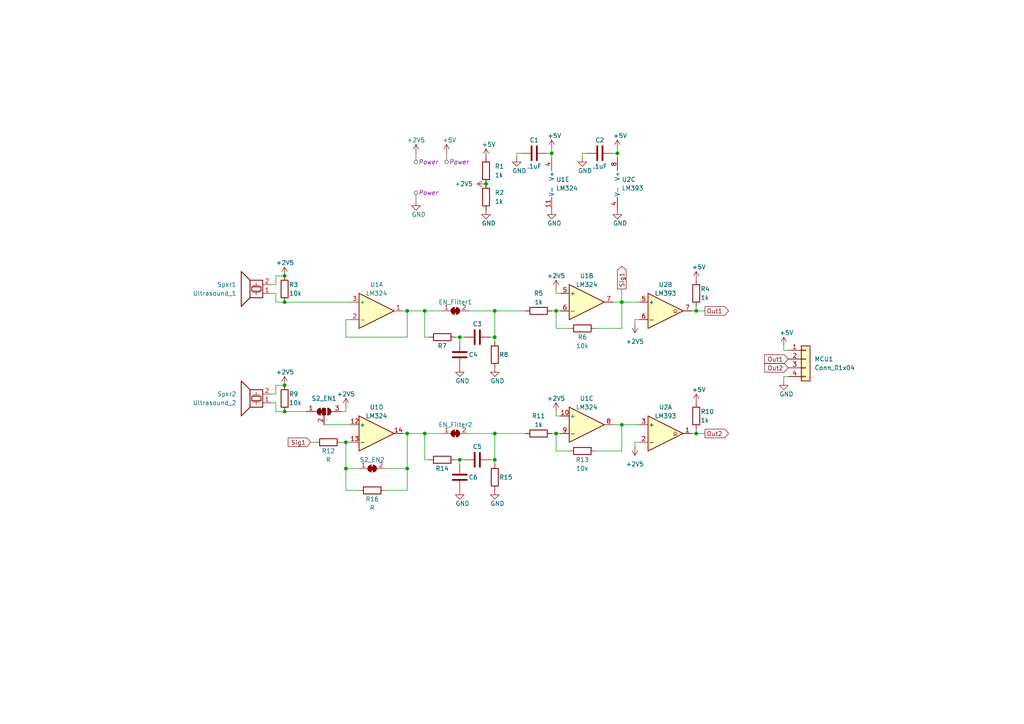
<source format=kicad_sch>
(kicad_sch (version 20230121) (generator eeschema)
  (paper "A4")
  (title_block (title "Ultrasonic Anemometer") (date "2024-03-20") (rev "2") (company "derGraph"))
  (lib_symbols
    (symbol "Amplifier_Operational:LM324" (pin_names (offset 0.127))
      (property "Reference" "U" (at 0 5.08 0))
      (property "Value" "LM324" (at 0 -5.08 0))
      (symbol "LM324_1_1"
        (polyline (pts (xy -5.08 5.08) (xy 5.08 0) (xy -5.08 -5.08) (xy -5.08 5.08)) (stroke (width 0.254)) (fill (type background)))
        (pin output line (at 7.62 0 180) (length 2.54) (name "~") (number "1"))
        (pin input line (at -7.62 -2.54 0) (length 2.54) (name "-") (number "2"))
        (pin input line (at -7.62 2.54 0) (length 2.54) (name "+") (number "3"))
      )
      (symbol "LM324_2_1"
        (polyline (pts (xy -5.08 5.08) (xy 5.08 0) (xy -5.08 -5.08) (xy -5.08 5.08)) (stroke (width 0.254)) (fill (type background)))
        (pin input line (at -7.62 2.54 0) (length 2.54) (name "+") (number "5"))
        (pin input line (at -7.62 -2.54 0) (length 2.54) (name "-") (number "6"))
        (pin output line (at 7.62 0 180) (length 2.54) (name "~") (number "7"))
      )
      (symbol "LM324_3_1"
        (polyline (pts (xy -5.08 5.08) (xy 5.08 0) (xy -5.08 -5.08) (xy -5.08 5.08)) (stroke (width 0.254)) (fill (type background)))
        (pin input line (at -7.62 2.54 0) (length 2.54) (name "+") (number "10"))
        (pin output line (at 7.62 0 180) (length 2.54) (name "~") (number "8"))
        (pin input line (at -7.62 -2.54 0) (length 2.54) (name "-") (number "9"))
      )
      (symbol "LM324_4_1"
        (polyline (pts (xy -5.08 5.08) (xy 5.08 0) (xy -5.08 -5.08) (xy -5.08 5.08)) (stroke (width 0.254)) (fill (type background)))
        (pin input line (at -7.62 2.54 0) (length 2.54) (name "+") (number "12"))
        (pin input line (at -7.62 -2.54 0) (length 2.54) (name "-") (number "13"))
        (pin output line (at 7.62 0 180) (length 2.54) (name "~") (number "14"))
      )
      (symbol "LM324_5_1"
        (pin power_in line (at -2.54 -7.62 90) (length 3.81) (name "V-") (number "11"))
        (pin power_in line (at -2.54 7.62 270) (length 3.81) (name "V+") (number "4"))
      )
    )
    (symbol "Comparator:LM393" (pin_names (offset 0.127))
      (property "Reference" "U" (at 3.81 3.81 0))
      (property "Value" "LM393" (at 6.35 -3.81 0))
      (symbol "LM393_1_1"
        (polyline (pts (xy -5.08 5.08) (xy 5.08 0) (xy -5.08 -5.08) (xy -5.08 5.08)) (stroke (width 0.254)) (fill (type background)))
        (polyline (pts (xy 3.302 -0.508) (xy 2.794 -0.508) (xy 3.302 0) (xy 2.794 0.508) (xy 2.286 0) (xy 2.794 -0.508) (xy 2.286 -0.508)) (stroke (width 0.127)))
        (pin open_collector line (at 7.62 0 180) (length 2.54) (name "~") (number "1"))
        (pin input line (at -7.62 -2.54 0) (length 2.54) (name "-") (number "2"))
        (pin input line (at -7.62 2.54 0) (length 2.54) (name "+") (number "3"))
      )
      (symbol "LM393_2_1"
        (polyline (pts (xy -5.08 5.08) (xy 5.08 0) (xy -5.08 -5.08) (xy -5.08 5.08)) (stroke (width 0.254)) (fill (type background)))
        (polyline (pts (xy 3.302 -0.508) (xy 2.794 -0.508) (xy 3.302 0) (xy 2.794 0.508) (xy 2.286 0) (xy 2.794 -0.508) (xy 2.286 -0.508)) (stroke (width 0.127)))
        (pin input line (at -7.62 2.54 0) (length 2.54) (name "+") (number "5"))
        (pin input line (at -7.62 -2.54 0) (length 2.54) (name "-") (number "6"))
        (pin open_collector line (at 7.62 0 180) (length 2.54) (name "~") (number "7"))
      )
      (symbol "LM393_3_1"
        (pin power_in line (at -2.54 -7.62 90) (length 3.81) (name "V-") (number "4"))
        (pin power_in line (at -2.54 7.62 270) (length 3.81) (name "V+") (number "8"))
      )
    )
    (symbol "Connector_Generic:Conn_01x04" (pin_names (offset 1.016) hide)
      (property "Reference" "J" (at 0 5.08 0))
      (property "Value" "Conn_01x04" (at 0 -7.62 0))
      (symbol "Conn_01x04_1_1"
        (rectangle (start -1.27 -4.953) (end 0 -5.207) (stroke (width 0.1524)))
        (rectangle (start -1.27 -2.413) (end 0 -2.667) (stroke (width 0.1524)))
        (rectangle (start -1.27 0.127) (end 0 -0.127) (stroke (width 0.1524)))
        (rectangle (start -1.27 2.667) (end 0 2.413) (stroke (width 0.1524)))
        (rectangle (start -1.27 3.81) (end 1.27 -6.35) (stroke (width 0.254)) (fill (type background)))
        (pin passive line (at -5.08 2.54 0) (length 3.81) (name "Pin_1") (number "1"))
        (pin passive line (at -5.08 0 0) (length 3.81) (name "Pin_2") (number "2"))
        (pin passive line (at -5.08 -2.54 0) (length 3.81) (name "Pin_3") (number "3"))
        (pin passive line (at -5.08 -5.08 0) (length 3.81) (name "Pin_4") (number "4"))
      )
    )
    (symbol "Device:C" (pin_numbers hide) (pin_names (offset 0.254))
      (property "Reference" "C" (at 0.635 2.54 0))
      (property "Value" "C" (at 0.635 -2.54 0))
      (symbol "C_0_1"
        (polyline (pts (xy -2.032 -0.762) (xy 2.032 -0.762)) (stroke (width 0.508)))
        (polyline (pts (xy -2.032 0.762) (xy 2.032 0.762)) (stroke (width 0.508)))
      )
      (symbol "C_1_1"
        (pin passive line (at 0 3.81 270) (length 2.794) (name "~") (number "1"))
        (pin passive line (at 0 -3.81 90) (length 2.794) (name "~") (number "2"))
      )
    )
    (symbol "Device:R" (pin_numbers hide) (pin_names (offset 0))
      (property "Reference" "R" (at 2.032 0 90))
      (property "Value" "R" (at 0 0 90))
      (symbol "R_0_1"
        (rectangle (start -1.016 -2.54) (end 1.016 2.54) (stroke (width 0.254)))
      )
      (symbol "R_1_1"
        (pin passive line (at 0 3.81 270) (length 1.27) (name "~") (number "1"))
        (pin passive line (at 0 -3.81 90) (length 1.27) (name "~") (number "2"))
      )
    )
    (symbol "Device:Speaker_Ultrasound" (pin_names (offset 0) hide)
      (property "Reference" "LS" (at 0.635 5.715 0))
      (property "Value" "Speaker_Ultrasound" (at 0.635 3.81 0))
      (symbol "Speaker_Ultrasound_0_0"
        (rectangle (start -2.54 1.27) (end 1.143 -3.81) (stroke (width 0.254)))
        (rectangle (start -2.032 -0.635) (end 0.635 -1.905) (stroke (width 0.254)))
        (polyline (pts (xy -1.651 -2.286) (xy 0.381 -2.286)))
        (polyline (pts (xy -1.651 -0.254) (xy 0.381 -0.254)))
        (polyline (pts (xy -0.635 -2.286) (xy -0.635 -3.048)))
        (polyline (pts (xy -0.635 -0.254) (xy -0.635 0.508)))
        (polyline (pts (xy 1.143 1.27) (xy 3.683 3.81) (xy 3.683 -6.35) (xy 1.143 -3.81)) (stroke (width 0.254)))
      )
      (symbol "Speaker_Ultrasound_1_1"
        (pin input line (at -5.08 0 0) (length 2.54) (name "1") (number "1"))
        (pin input line (at -5.08 -2.54 0) (length 2.54) (name "2") (number "2"))
      )
    )
    (symbol "Jumper:SolderJumper_2_Bridged" (pin_names (offset 0) hide)
      (property "Reference" "JP" (at 0 2.032 0))
      (property "Value" "SolderJumper_2_Bridged" (at 0 -2.54 0))
      (symbol "SolderJumper_2_Bridged_0_1"
        (rectangle (start -0.508 0.508) (end 0.508 -0.508) (fill (type outline)))
        (arc (start -0.254 1.016) (mid -1.2656 0) (end -0.254 -1.016))
        (arc (start -0.254 1.016) (mid -1.2656 0) (end -0.254 -1.016) (fill (type outline)))
        (polyline (pts (xy -0.254 1.016) (xy -0.254 -1.016)))
        (polyline (pts (xy 0.254 1.016) (xy 0.254 -1.016)))
        (arc (start 0.254 -1.016) (mid 1.2656 0) (end 0.254 1.016))
        (arc (start 0.254 -1.016) (mid 1.2656 0) (end 0.254 1.016) (fill (type outline)))
      )
      (symbol "SolderJumper_2_Bridged_1_1"
        (pin passive line (at -3.81 0 0) (length 2.54) (name "A") (number "1"))
        (pin passive line (at 3.81 0 180) (length 2.54) (name "B") (number "2"))
      )
    )
    (symbol "Jumper:SolderJumper_3_Bridged12" (pin_names (offset 0) hide)
      (property "Reference" "JP" (at -2.54 -2.54 0))
      (property "Value" "SolderJumper_3_Bridged12" (at 0 2.794 0))
      (symbol "SolderJumper_3_Bridged12_0_1"
        (rectangle (start -1.016 0.508) (end -0.508 -0.508) (fill (type outline)))
        (arc (start -1.016 1.016) (mid -2.0276 0) (end -1.016 -1.016))
        (arc (start -1.016 1.016) (mid -2.0276 0) (end -1.016 -1.016) (fill (type outline)))
        (rectangle (start -0.508 1.016) (end 0.508 -1.016) (fill (type outline)))
        (polyline (pts (xy -2.54 0) (xy -2.032 0)))
        (polyline (pts (xy -1.016 1.016) (xy -1.016 -1.016)))
        (polyline (pts (xy 0 -1.27) (xy 0 -1.016)))
        (polyline (pts (xy 1.016 1.016) (xy 1.016 -1.016)))
        (polyline (pts (xy 2.54 0) (xy 2.032 0)))
        (arc (start 1.016 -1.016) (mid 2.0276 0) (end 1.016 1.016))
        (arc (start 1.016 -1.016) (mid 2.0276 0) (end 1.016 1.016) (fill (type outline)))
      )
      (symbol "SolderJumper_3_Bridged12_1_1"
        (pin passive line (at -5.08 0 0) (length 2.54) (name "A") (number "1"))
        (pin passive line (at 0 -3.81 90) (length 2.54) (name "C") (number "2"))
        (pin passive line (at 5.08 0 180) (length 2.54) (name "B") (number "3"))
      )
    )
    (symbol "power:+2V5" (power) (pin_names (offset 0))
      (property "Value" "+2V5" (at 0 3.556 0))
      (symbol "+2V5_0_1"
        (polyline (pts (xy -0.762 1.27) (xy 0 2.54)))
        (polyline (pts (xy 0 0) (xy 0 2.54)))
        (polyline (pts (xy 0 2.54) (xy 0.762 1.27)))
      )
      (symbol "+2V5_1_1"
        (pin power_in line (at 0 0 90) (length 0) hide (name "+2V5") (number "1"))
      )
    )
    (symbol "power:+5V" (power) (pin_names (offset 0))
      (property "Value" "+5V" (at 0 3.556 0))
      (symbol "+5V_0_1"
        (polyline (pts (xy -0.762 1.27) (xy 0 2.54)))
        (polyline (pts (xy 0 0) (xy 0 2.54)))
        (polyline (pts (xy 0 2.54) (xy 0.762 1.27)))
      )
      (symbol "+5V_1_1"
        (pin power_in line (at 0 0 90) (length 0) hide (name "+5V") (number "1"))
      )
    )
    (symbol "power:GND" (power) (pin_names (offset 0))
      (property "Value" "GND" (at 0 -3.81 0))
      (symbol "GND_0_1"
        (polyline (pts (xy 0 0) (xy 0 -1.27) (xy 1.27 -1.27) (xy 0 -2.54) (xy -1.27 -1.27) (xy 0 -1.27)))
      )
      (symbol "GND_1_1"
        (pin power_in line (at 0 0 270) (length 0) hide (name "GND") (number "1"))
      )
    )
  )
  (junction (at 201.93 90.17))
  (junction (at 100.33 128.27))
  (junction (at 82.55 111.76))
  (junction (at 123.19 125.73))
  (junction (at 100.33 135.89))
  (junction (at 82.55 87.63))
  (junction (at 133.35 97.79))
  (junction (at 82.55 119.38))
  (junction (at 118.11 90.17))
  (junction (at 133.35 133.35))
  (junction (at 180.34 123.19))
  (junction (at 179.07 44.45))
  (junction (at 201.93 125.73))
  (junction (at 82.55 80.01))
  (junction (at 143.51 97.79))
  (junction (at 143.51 90.17))
  (junction (at 143.51 125.73))
  (junction (at 161.29 90.17))
  (junction (at 118.11 135.89))
  (junction (at 140.97 53.34))
  (junction (at 143.51 133.35))
  (junction (at 123.19 90.17))
  (junction (at 160.02 44.45))
  (junction (at 180.34 87.63))
  (junction (at 161.29 125.73))
  (junction (at 118.11 125.73))
  (wire (pts (xy 118.11 125.73) (xy 118.11 135.89)))
  (wire (pts (xy 118.11 90.17) (xy 116.84 90.17)))
  (wire (pts (xy 179.07 44.45) (xy 179.07 45.72)))
  (wire (pts (xy 100.33 135.89) (xy 104.14 135.89)))
  (wire (pts (xy 100.33 128.27) (xy 100.33 135.89)))
  (wire (pts (xy 143.51 90.17) (xy 143.51 97.79)))
  (wire (pts (xy 123.19 97.79) (xy 123.19 90.17)))
  (wire (pts (xy 135.89 125.73) (xy 143.51 125.73)))
  (wire (pts (xy 133.35 99.06) (xy 133.35 97.79)))
  (wire (pts (xy 184.15 128.27) (xy 185.42 128.27)))
  (wire (pts (xy 201.93 124.46) (xy 201.93 125.73)))
  (wire (pts (xy 135.89 90.17) (xy 143.51 90.17)))
  (wire (pts (xy 200.66 90.17) (xy 201.93 90.17)))
  (wire (pts (xy 179.07 43.18) (xy 179.07 44.45)))
  (wire (pts (xy 161.29 85.09) (xy 162.56 85.09)))
  (wire (pts (xy 93.98 123.19) (xy 101.6 123.19)))
  (wire (pts (xy 143.51 97.79) (xy 143.51 99.06)))
  (wire (pts (xy 184.15 129.54) (xy 184.15 128.27)))
  (wire (pts (xy 143.51 97.79) (xy 142.24 97.79)))
  (wire (pts (xy 179.07 44.45) (xy 177.8 44.45)))
  (wire (pts (xy 161.29 120.65) (xy 162.56 120.65)))
  (wire (pts (xy 100.33 119.38) (xy 99.06 119.38)))
  (wire (pts (xy 180.34 95.25) (xy 180.34 87.63)))
  (wire (pts (xy 184.15 92.71) (xy 185.42 92.71)))
  (wire (pts (xy 161.29 125.73) (xy 161.29 130.81)))
  (wire (pts (xy 160.02 90.17) (xy 161.29 90.17)))
  (wire (pts (xy 201.93 125.73) (xy 204.47 125.73)))
  (wire (pts (xy 101.6 92.71) (xy 100.33 92.71)))
  (wire (pts (xy 134.62 133.35) (xy 133.35 133.35)))
  (wire (pts (xy 80.01 111.76) (xy 82.55 111.76)))
  (wire (pts (xy 111.76 142.24) (xy 118.11 142.24)))
  (wire (pts (xy 200.66 125.73) (xy 201.93 125.73)))
  (wire (pts (xy 133.35 97.79) (xy 132.08 97.79)))
  (wire (pts (xy 158.75 44.45) (xy 160.02 44.45)))
  (wire (pts (xy 161.29 119.38) (xy 161.29 120.65)))
  (wire (pts (xy 180.34 130.81) (xy 180.34 123.19)))
  (wire (pts (xy 123.19 133.35) (xy 124.46 133.35)))
  (wire (pts (xy 201.93 88.9) (xy 201.93 90.17)))
  (wire (pts (xy 143.51 133.35) (xy 143.51 134.62)))
  (wire (pts (xy 149.86 44.45) (xy 151.13 44.45)))
  (wire (pts (xy 227.33 101.6) (xy 227.33 100.33)))
  (wire (pts (xy 134.62 97.79) (xy 133.35 97.79)))
  (wire (pts (xy 118.11 142.24) (xy 118.11 135.89)))
  (wire (pts (xy 123.19 97.79) (xy 124.46 97.79)))
  (wire (pts (xy 91.44 128.27) (xy 90.17 128.27)))
  (wire (pts (xy 80.01 80.01) (xy 82.55 80.01)))
  (wire (pts (xy 161.29 83.82) (xy 161.29 85.09)))
  (wire (pts (xy 161.29 90.17) (xy 162.56 90.17)))
  (wire (pts (xy 143.51 133.35) (xy 142.24 133.35)))
  (wire (pts (xy 104.14 142.24) (xy 100.33 142.24)))
  (wire (pts (xy 180.34 123.19) (xy 185.42 123.19)))
  (wire (pts (xy 123.19 125.73) (xy 128.27 125.73)))
  (wire (pts (xy 123.19 133.35) (xy 123.19 125.73)))
  (wire (pts (xy 80.01 114.3) (xy 80.01 111.76)))
  (wire (pts (xy 82.55 87.63) (xy 101.6 87.63)))
  (wire (pts (xy 118.11 90.17) (xy 123.19 90.17)))
  (wire (pts (xy 123.19 90.17) (xy 128.27 90.17)))
  (wire (pts (xy 160.02 43.18) (xy 160.02 44.45)))
  (wire (pts (xy 143.51 90.17) (xy 152.4 90.17)))
  (wire (pts (xy 161.29 95.25) (xy 165.1 95.25)))
  (wire (pts (xy 118.11 97.79) (xy 118.11 90.17)))
  (wire (pts (xy 80.01 119.38) (xy 82.55 119.38)))
  (wire (pts (xy 161.29 90.17) (xy 161.29 95.25)))
  (wire (pts (xy 168.91 44.45) (xy 170.18 44.45)))
  (wire (pts (xy 80.01 82.55) (xy 80.01 80.01)))
  (wire (pts (xy 180.34 123.19) (xy 177.8 123.19)))
  (wire (pts (xy 227.33 110.49) (xy 227.33 109.22)))
  (wire (pts (xy 118.11 125.73) (xy 123.19 125.73)))
  (wire (pts (xy 201.93 90.17) (xy 204.47 90.17)))
  (wire (pts (xy 227.33 109.22) (xy 228.6 109.22)))
  (wire (pts (xy 80.01 116.84) (xy 80.01 119.38)))
  (wire (pts (xy 101.6 128.27) (xy 100.33 128.27)))
  (wire (pts (xy 172.72 95.25) (xy 180.34 95.25)))
  (wire (pts (xy 78.74 116.84) (xy 80.01 116.84)))
  (wire (pts (xy 149.86 45.72) (xy 149.86 44.45)))
  (wire (pts (xy 100.33 97.79) (xy 118.11 97.79)))
  (wire (pts (xy 80.01 85.09) (xy 80.01 87.63)))
  (wire (pts (xy 180.34 87.63) (xy 177.8 87.63)))
  (wire (pts (xy 143.51 125.73) (xy 152.4 125.73)))
  (wire (pts (xy 180.34 83.82) (xy 180.34 87.63)))
  (wire (pts (xy 80.01 87.63) (xy 82.55 87.63)))
  (wire (pts (xy 100.33 118.11) (xy 100.33 119.38)))
  (wire (pts (xy 143.51 125.73) (xy 143.51 133.35)))
  (wire (pts (xy 78.74 82.55) (xy 80.01 82.55)))
  (wire (pts (xy 78.74 114.3) (xy 80.01 114.3)))
  (wire (pts (xy 78.74 85.09) (xy 80.01 85.09)))
  (wire (pts (xy 184.15 93.98) (xy 184.15 92.71)))
  (wire (pts (xy 88.9 119.38) (xy 82.55 119.38)))
  (wire (pts (xy 100.33 92.71) (xy 100.33 97.79)))
  (wire (pts (xy 168.91 44.45) (xy 168.91 45.72)))
  (wire (pts (xy 172.72 130.81) (xy 180.34 130.81)))
  (wire (pts (xy 160.02 125.73) (xy 161.29 125.73)))
  (wire (pts (xy 100.33 135.89) (xy 100.33 142.24)))
  (wire (pts (xy 161.29 125.73) (xy 162.56 125.73)))
  (wire (pts (xy 118.11 135.89) (xy 111.76 135.89)))
  (wire (pts (xy 118.11 125.73) (xy 116.84 125.73)))
  (wire (pts (xy 99.06 128.27) (xy 100.33 128.27)))
  (wire (pts (xy 133.35 134.62) (xy 133.35 133.35)))
  (wire (pts (xy 228.6 101.6) (xy 227.33 101.6)))
  (wire (pts (xy 133.35 133.35) (xy 132.08 133.35)))
  (wire (pts (xy 180.34 87.63) (xy 185.42 87.63)))
  (wire (pts (xy 160.02 44.45) (xy 160.02 45.72)))
  (wire (pts (xy 161.29 130.81) (xy 165.1 130.81)))
  (global_label "Sig1" (shape input) (at 90.17 128.27 180) (property "Intersheetrefs" "${INTERSHEET_REFS}" (effects hide)))
  (global_label "Out1" (shape input) (at 228.6 104.14 180) (property "Intersheetrefs" "${INTERSHEET_REFS}" (effects hide)))
  (global_label "Out2" (shape input) (at 228.6 106.68 180) (property "Intersheetrefs" "${INTERSHEET_REFS}" (effects hide)))
  (global_label "Sig1" (shape output) (at 180.34 83.82 90) (property "Intersheetrefs" "${INTERSHEET_REFS}" (effects hide)))
  (global_label "Out2" (shape output) (at 204.47 125.73 0) (property "Intersheetrefs" "${INTERSHEET_REFS}" (effects hide)))
  (global_label "Out1" (shape output) (at 204.47 90.17 0) (property "Intersheetrefs" "${INTERSHEET_REFS}" (effects hide)))
  (netclass_flag "" (length 2.54) (shape round) (at 120.65 58.42 0) (property "Netclass" "Power" (at 121.3485 55.88 0) (effects (font italic) (justify left))))
  (netclass_flag "" (length 2.54) (shape round) (at 129.54 44.45 180) (property "Netclass" "Power" (at 130.2385 46.99 0) (effects (font italic) (justify left))))
  (netclass_flag "" (length 2.54) (shape round) (at 120.65 44.45 180) (property "Netclass" "Power" (at 121.3485 46.99 0) (effects (font italic) (justify left))))
  (symbol (lib_id "Device:R") (at 140.97 57.15 0) (unit 1)
    (property "Reference" "R2" (at 143.51 55.88 0) (effects (justify left)))
    (property "Value" "1k" (at 143.51 58.42 0) (effects (justify left)))
    (property "Footprint" "Resistor_SMD:R_0805_2012Metric_Pad1.20x1.40mm_HandSolder" (effects hide))
  )
  (symbol (lib_id "Device:C") (at 138.43 97.79 270) (unit 1) (in_bom no)
    (property "Reference" "C3" (at 138.43 93.98 90))
    (property "Value" "C" (effects hide))
    (property "Footprint" "Capacitor_SMD:C_0805_2012Metric_Pad1.18x1.45mm_HandSolder" (effects hide))
  )
  (symbol (lib_id "Device:R") (at 128.27 97.79 270) (unit 1) (in_bom no)
    (property "Reference" "R7" (at 128.27 100.33 90))
    (property "Value" "R" (effects hide))
    (property "Footprint" "Resistor_SMD:R_0805_2012Metric_Pad1.20x1.40mm_HandSolder" (effects hide))
    (property "Sim.Enable" "0" (effects hide))
  )
  (symbol (lib_id "Device:R") (at 107.95 142.24 270) (unit 1) (in_bom no)
    (property "Reference" "R16" (at 107.95 144.78 90))
    (property "Value" "R" (at 107.95 147.32 90))
    (property "Footprint" "Resistor_SMD:R_0805_2012Metric_Pad1.20x1.40mm_HandSolder" (effects hide))
  )
  (symbol (lib_id "Amplifier_Operational:LM324") (at 170.18 123.19 0) (unit 3)
    (property "Reference" "U1" (at 170.18 115.57 0))
    (property "Value" "LM324" (at 170.18 118.11 0))
    (property "Footprint" "derGraph:SOIC-14_3.9x8.7mm_P1.27mm" (effects hide))
    (property "Datasheet" "http://www.ti.com/lit/ds/symlink/lm2902-n.pdf" (effects hide))
  )
  (symbol (lib_id "power:GND") (at 227.33 110.49 0) (unit 1)
    (property "Reference" "#PWR020" (effects hide))
    (property "Value" "GND" (at 226.06 114.3 0) (effects (justify left)))
  )
  (symbol (lib_id "power:GND") (at 179.07 60.96 0) (unit 1)
    (property "Reference" "#PWR012" (effects hide))
    (property "Value" "GND" (at 177.8 64.77 0) (effects (justify left)))
  )
  (symbol (lib_id "power:GND") (at 133.35 142.24 0) (unit 1)
    (property "Reference" "#PWR026" (effects hide))
    (property "Value" "GND" (at 132.08 146.05 0) (effects (justify left)))
  )
  (symbol (lib_id "power:+5V") (at 201.93 81.28 0) (unit 1)
    (property "Reference" "#PWR014" (effects hide))
    (property "Value" "+5V" (at 200.66 77.47 0) (effects (justify left)))
  )
  (symbol (lib_id "Connector_Generic:Conn_01x04") (at 233.68 104.14 0) (unit 1)
    (property "Reference" "MCU1" (at 236.22 104.14 0) (effects (justify left)))
    (property "Value" "Conn_01x04" (at 236.22 106.68 0) (effects (justify left)))
    (property "Footprint" "Connector_JST:JST_SH_SM04B-SRSS-TB_1x04-1MP_P1.00mm_Horizontal" (effects hide))
  )
  (symbol (lib_id "power:+2V5") (at 100.33 118.11 0) (unit 1)
    (property "Reference" "#PWR023" (effects hide))
    (property "Value" "+2V5" (at 100.33 114.3 0))
  )
  (symbol (lib_id "power:+5V") (at 160.02 43.18 0) (unit 1)
    (property "Reference" "#PWR01" (effects hide))
    (property "Value" "+5V" (at 158.75 39.37 0) (effects (justify left)))
  )
  (symbol (lib_id "power:+2V5") (at 140.97 53.34 90) (unit 1)
    (property "Reference" "#PWR08" (effects hide))
    (property "Value" "+2V5" (at 137.16 53.34 90) (effects (justify left)))
  )
  (symbol (lib_id "power:+2V5") (at 82.55 111.76 0) (unit 1)
    (property "Reference" "#PWR021" (effects hide))
    (property "Value" "+2V5" (at 80.01 107.95 0) (effects (justify left)))
  )
  (symbol (lib_id "Device:C") (at 138.43 133.35 270) (unit 1) (in_bom no)
    (property "Reference" "C5" (at 138.43 129.54 90))
    (property "Value" "C" (effects hide))
    (property "Footprint" "Capacitor_SMD:C_0805_2012Metric_Pad1.18x1.45mm_HandSolder" (effects hide))
  )
  (symbol (lib_id "power:+2V5") (at 161.29 83.82 0) (unit 1)
    (property "Reference" "#PWR015" (effects hide))
    (property "Value" "+2V5" (at 161.29 80.01 0))
  )
  (symbol (lib_id "Device:R") (at 168.91 130.81 270) (unit 1)
    (property "Reference" "R13" (at 168.91 133.35 90))
    (property "Value" "10k" (at 168.91 135.89 90))
    (property "Footprint" "Resistor_SMD:R_0805_2012Metric_Pad1.20x1.40mm_HandSolder" (effects hide))
  )
  (symbol (lib_id "Comparator:LM393") (at 193.04 125.73 0) (unit 1)
    (property "Reference" "U2" (at 193.04 118.11 0))
    (property "Value" "LM393" (at 193.04 120.65 0))
    (property "Footprint" "derGraph:SOIC-8_3.9x4.9mm_P1.27mm" (effects hide))
    (property "Datasheet" "http://www.ti.com/lit/ds/symlink/lm393.pdf" (effects hide))
  )
  (symbol (lib_id "Device:R") (at 156.21 125.73 90) (unit 1)
    (property "Reference" "R11" (at 156.21 120.65 90))
    (property "Value" "1k" (at 156.21 123.19 90))
    (property "Footprint" "Resistor_SMD:R_0805_2012Metric_Pad1.20x1.40mm_HandSolder" (effects hide))
  )
  (symbol (lib_id "Amplifier_Operational:LM324") (at 170.18 87.63 0) (unit 2)
    (property "Reference" "U1" (at 170.18 80.01 0))
    (property "Value" "LM324" (at 170.18 82.55 0))
    (property "Footprint" "derGraph:SOIC-14_3.9x8.7mm_P1.27mm" (effects hide))
    (property "Datasheet" "http://www.ti.com/lit/ds/symlink/lm2902-n.pdf" (effects hide))
  )
  (symbol (lib_id "Device:R") (at 143.51 138.43 0) (unit 1) (in_bom no)
    (property "Reference" "R15" (at 144.78 138.43 0) (effects (justify left)))
    (property "Value" "R" (effects hide))
    (property "Footprint" "Resistor_SMD:R_0805_2012Metric_Pad1.20x1.40mm_HandSolder" (effects hide))
    (property "Sim.Enable" "0" (effects hide))
  )
  (symbol (lib_id "power:GND") (at 143.51 106.68 0) (unit 1)
    (property "Reference" "#PWR019" (effects hide))
    (property "Value" "GND" (at 142.24 110.49 0) (effects (justify left)))
  )
  (symbol (lib_id "Jumper:SolderJumper_3_Bridged12") (at 93.98 119.38 0) (unit 1) (in_bom no)
    (property "Reference" "S2_EN1" (at 93.98 115.57 0))
    (property "Value" "SolderJumper_3_Bridged12" (effects hide))
    (property "Footprint" "Jumper:SolderJumper-3_P1.3mm_Bridged2Bar12_RoundedPad1.0x1.5mm_NumberLabels" (effects hide))
  )
  (symbol (lib_id "Amplifier_Operational:LM324") (at 162.56 53.34 0) (unit 5)
    (property "Reference" "U1" (at 161.29 52.07 0) (effects (justify left)))
    (property "Value" "LM324" (at 161.29 54.61 0) (effects (justify left)))
    (property "Footprint" "derGraph:SOIC-14_3.9x8.7mm_P1.27mm" (effects hide))
    (property "Datasheet" "http://www.ti.com/lit/ds/symlink/lm2902-n.pdf" (effects hide))
  )
  (symbol (lib_id "power:GND") (at 120.65 58.42 0) (unit 1)
    (property "Reference" "#PWR09" (effects hide))
    (property "Value" "GND" (at 119.38 62.23 0) (effects (justify left)))
  )
  (symbol (lib_id "Jumper:SolderJumper_2_Bridged") (at 107.95 135.89 0) (unit 1) (in_bom no)
    (property "Reference" "S2_EN2" (at 107.95 133.35 0))
    (property "Value" "SolderJumper_2_Bridged" (effects hide))
    (property "Footprint" "Jumper:SolderJumper-2_P1.3mm_Bridged_RoundedPad1.0x1.5mm" (effects hide))
  )
  (symbol (lib_id "Device:C") (at 133.35 102.87 0) (unit 1) (in_bom no)
    (property "Reference" "C4" (at 135.89 102.87 0) (effects (justify left)))
    (property "Value" "C" (effects hide))
    (property "Footprint" "Capacitor_SMD:C_0805_2012Metric_Pad1.18x1.45mm_HandSolder" (effects hide))
  )
  (symbol (lib_id "power:+5V") (at 129.54 44.45 0) (unit 1)
    (property "Reference" "#PWR04" (effects hide))
    (property "Value" "+5V" (at 128.27 40.64 0) (effects (justify left)))
  )
  (symbol (lib_id "Device:R") (at 82.55 115.57 0) (unit 1)
    (property "Reference" "R9" (at 83.82 114.3 0) (effects (justify left)))
    (property "Value" "10k" (at 83.82 116.84 0) (effects (justify left)))
    (property "Footprint" "Resistor_SMD:R_0805_2012Metric_Pad1.20x1.40mm_HandSolder" (effects hide))
  )
  (symbol (lib_id "Device:R") (at 168.91 95.25 270) (unit 1)
    (property "Reference" "R6" (at 168.91 97.79 90))
    (property "Value" "10k" (at 168.91 100.33 90))
    (property "Footprint" "Resistor_SMD:R_0805_2012Metric_Pad1.20x1.40mm_HandSolder" (effects hide))
  )
  (symbol (lib_id "power:+5V") (at 179.07 43.18 0) (unit 1)
    (property "Reference" "#PWR02" (effects hide))
    (property "Value" "+5V" (at 177.8 39.37 0) (effects (justify left)))
  )
  (symbol (lib_id "Device:R") (at 201.93 120.65 0) (unit 1)
    (property "Reference" "R10" (at 203.2 119.38 0) (effects (justify left)))
    (property "Value" "1k" (at 203.2 121.92 0) (effects (justify left)))
    (property "Footprint" "Resistor_SMD:R_0805_2012Metric_Pad1.20x1.40mm_HandSolder" (effects hide))
  )
  (symbol (lib_id "power:+5V") (at 227.33 100.33 0) (unit 1)
    (property "Reference" "#PWR017" (effects hide))
    (property "Value" "+5V" (at 226.06 96.52 0) (effects (justify left)))
  )
  (symbol (lib_id "power:+2V5") (at 120.65 44.45 0) (unit 1)
    (property "Reference" "#PWR03" (effects hide))
    (property "Value" "+2V5" (at 120.65 40.64 0))
  )
  (symbol (lib_id "power:+2V5") (at 184.15 93.98 180) (unit 1)
    (property "Reference" "#PWR016" (effects hide))
    (property "Value" "+2V5" (at 184.15 99.06 0))
  )
  (symbol (lib_id "Jumper:SolderJumper_2_Bridged") (at 132.08 125.73 0) (unit 1) (in_bom no)
    (property "Reference" "EN_Filter2" (at 132.08 123.19 0))
    (property "Value" "SolderJumper_2_Bridged" (effects hide))
    (property "Footprint" "Jumper:SolderJumper-2_P1.3mm_Bridged_RoundedPad1.0x1.5mm" (effects hide))
  )
  (symbol (lib_id "Jumper:SolderJumper_2_Bridged") (at 132.08 90.17 0) (unit 1) (in_bom no)
    (property "Reference" "EN_Filter1" (at 132.08 87.63 0))
    (property "Value" "SolderJumper_2_Bridged" (effects hide))
    (property "Footprint" "Jumper:SolderJumper-2_P1.3mm_Bridged_RoundedPad1.0x1.5mm" (effects hide))
  )
  (symbol (lib_id "power:+5V") (at 201.93 116.84 0) (unit 1)
    (property "Reference" "#PWR022" (effects hide))
    (property "Value" "+5V" (at 200.66 113.03 0) (effects (justify left)))
  )
  (symbol (lib_id "power:GND") (at 140.97 60.96 0) (unit 1)
    (property "Reference" "#PWR010" (effects hide))
    (property "Value" "GND" (at 139.7 64.77 0) (effects (justify left)))
  )
  (symbol (lib_id "Comparator:LM393") (at 193.04 90.17 0) (unit 2)
    (property "Reference" "U2" (at 193.04 82.55 0))
    (property "Value" "LM393" (at 193.04 85.09 0))
    (property "Footprint" "derGraph:SOIC-8_3.9x4.9mm_P1.27mm" (effects hide))
    (property "Datasheet" "http://www.ti.com/lit/ds/symlink/lm393.pdf" (effects hide))
  )
  (symbol (lib_id "Device:R") (at 82.55 83.82 0) (unit 1)
    (property "Reference" "R3" (at 83.82 82.55 0) (effects (justify left)))
    (property "Value" "10k" (at 83.82 85.09 0) (effects (justify left)))
    (property "Footprint" "Resistor_SMD:R_0805_2012Metric_Pad1.20x1.40mm_HandSolder" (effects hide))
  )
  (symbol (lib_id "Device:R") (at 143.51 102.87 0) (unit 1) (in_bom no)
    (property "Reference" "R8" (at 144.78 102.87 0) (effects (justify left)))
    (property "Value" "R" (effects hide))
    (property "Footprint" "Resistor_SMD:R_0805_2012Metric_Pad1.20x1.40mm_HandSolder" (effects hide))
    (property "Sim.Enable" "0" (effects hide))
  )
  (symbol (lib_id "power:+2V5") (at 82.55 80.01 0) (unit 1)
    (property "Reference" "#PWR013" (effects hide))
    (property "Value" "+2V5" (at 80.01 76.2 0) (effects (justify left)))
  )
  (symbol (lib_id "power:GND") (at 143.51 142.24 0) (unit 1)
    (property "Reference" "#PWR027" (effects hide))
    (property "Value" "GND" (at 142.24 146.05 0) (effects (justify left)))
  )
  (symbol (lib_id "Device:R") (at 128.27 133.35 270) (unit 1) (in_bom no)
    (property "Reference" "R14" (at 128.27 135.89 90))
    (property "Value" "R" (effects hide))
    (property "Footprint" "Resistor_SMD:R_0805_2012Metric_Pad1.20x1.40mm_HandSolder" (effects hide))
    (property "Sim.Enable" "0" (effects hide))
  )
  (symbol (lib_id "power:GND") (at 168.91 45.72 0) (unit 1)
    (property "Reference" "#PWR07" (effects hide))
    (property "Value" "GND" (at 167.64 49.53 0) (effects (justify left)))
  )
  (symbol (lib_id "power:+2V5") (at 184.15 129.54 180) (unit 1)
    (property "Reference" "#PWR025" (effects hide))
    (property "Value" "+2V5" (at 184.15 134.62 0))
  )
  (symbol (lib_id "Device:Speaker_Ultrasound") (at 73.66 85.09 180) (unit 1)
    (property "Reference" "Spkr1" (at 68.58 82.55 0) (effects (justify left)))
    (property "Value" "Ultrasound_1" (at 68.58 85.09 0) (effects (justify left)))
    (property "Footprint" "Connector_JST:JST_SH_SM02B-SRSS-TB_1x02-1MP_P1.00mm_Horizontal" (effects hide))
  )
  (symbol (lib_id "power:GND") (at 160.02 60.96 0) (unit 1)
    (property "Reference" "#PWR011" (effects hide))
    (property "Value" "GND" (at 158.75 64.77 0) (effects (justify left)))
  )
  (symbol (lib_id "Comparator:LM393") (at 181.61 53.34 0) (unit 3)
    (property "Reference" "U2" (at 180.34 52.07 0) (effects (justify left)))
    (property "Value" "LM393" (at 180.34 54.61 0) (effects (justify left)))
    (property "Footprint" "derGraph:SOIC-8_3.9x4.9mm_P1.27mm" (effects hide))
    (property "Datasheet" "http://www.ti.com/lit/ds/symlink/lm393.pdf" (effects hide))
  )
  (symbol (lib_id "power:GND") (at 133.35 106.68 0) (unit 1)
    (property "Reference" "#PWR018" (effects hide))
    (property "Value" "GND" (at 132.08 110.49 0) (effects (justify left)))
  )
  (symbol (lib_id "Device:Speaker_Ultrasound") (at 73.66 116.84 180) (unit 1)
    (property "Reference" "Spkr2" (at 68.58 114.3 0) (effects (justify left)))
    (property "Value" "Ultrasound_2" (at 68.58 116.84 0) (effects (justify left)))
    (property "Footprint" "Connector_JST:JST_SH_SM02B-SRSS-TB_1x02-1MP_P1.00mm_Horizontal" (effects hide))
  )
  (symbol (lib_id "Device:R") (at 140.97 49.53 0) (unit 1)
    (property "Reference" "R1" (at 143.51 48.26 0) (effects (justify left)))
    (property "Value" "1k" (at 143.51 50.8 0) (effects (justify left)))
    (property "Footprint" "Resistor_SMD:R_0805_2012Metric_Pad1.20x1.40mm_HandSolder" (effects hide))
  )
  (symbol (lib_id "power:GND") (at 149.86 45.72 0) (unit 1)
    (property "Reference" "#PWR06" (effects hide))
    (property "Value" "GND" (at 148.59 49.53 0) (effects (justify left)))
  )
  (symbol (lib_id "Device:R") (at 95.25 128.27 270) (unit 1) (in_bom no)
    (property "Reference" "R12" (at 95.25 130.81 90))
    (property "Value" "R" (at 95.25 133.35 90))
    (property "Footprint" "Resistor_SMD:R_0805_2012Metric_Pad1.20x1.40mm_HandSolder" (effects hide))
  )
  (symbol (lib_id "Device:R") (at 201.93 85.09 0) (unit 1)
    (property "Reference" "R4" (at 203.2 83.82 0) (effects (justify left)))
    (property "Value" "1k" (at 203.2 86.36 0) (effects (justify left)))
    (property "Footprint" "Resistor_SMD:R_0805_2012Metric_Pad1.20x1.40mm_HandSolder" (effects hide))
  )
  (symbol (lib_id "Amplifier_Operational:LM324") (at 109.22 125.73 0) (unit 4)
    (property "Reference" "U1" (at 109.22 118.11 0))
    (property "Value" "LM324" (at 109.22 120.65 0))
    (property "Footprint" "derGraph:SOIC-14_3.9x8.7mm_P1.27mm" (effects hide))
    (property "Datasheet" "http://www.ti.com/lit/ds/symlink/lm2902-n.pdf" (effects hide))
  )
  (symbol (lib_id "Device:R") (at 156.21 90.17 90) (unit 1)
    (property "Reference" "R5" (at 156.21 85.09 90))
    (property "Value" "1k" (at 156.21 87.63 90))
    (property "Footprint" "Resistor_SMD:R_0805_2012Metric_Pad1.20x1.40mm_HandSolder" (effects hide))
  )
  (symbol (lib_id "Device:C") (at 154.94 44.45 270) (unit 1)
    (property "Reference" "C1" (at 154.94 40.64 90))
    (property "Value" ".1uF" (at 154.94 48.26 90))
    (property "Footprint" "Capacitor_SMD:C_0805_2012Metric_Pad1.18x1.45mm_HandSolder" (effects hide))
  )
  (symbol (lib_id "Amplifier_Operational:LM324") (at 109.22 90.17 0) (unit 1)
    (property "Reference" "U1" (at 109.22 82.55 0))
    (property "Value" "LM324" (at 109.22 85.09 0))
    (property "Footprint" "derGraph:SOIC-14_3.9x8.7mm_P1.27mm" (effects hide))
    (property "Datasheet" "http://www.ti.com/lit/ds/symlink/lm2902-n.pdf" (effects hide))
  )
  (symbol (lib_id "Device:C") (at 173.99 44.45 270) (unit 1) (in_bom no)
    (property "Reference" "C2" (at 173.99 40.64 90))
    (property "Value" ".1uF" (at 173.99 48.26 90))
    (property "Footprint" "Capacitor_SMD:C_0805_2012Metric_Pad1.18x1.45mm_HandSolder" (effects hide))
  )
  (symbol (lib_id "power:+2V5") (at 161.29 119.38 0) (unit 1)
    (property "Reference" "#PWR024" (effects hide))
    (property "Value" "+2V5" (at 161.29 115.57 0))
  )
  (symbol (lib_id "Device:C") (at 133.35 138.43 0) (unit 1) (in_bom no)
    (property "Reference" "C6" (at 135.89 138.43 0) (effects (justify left)))
    (property "Value" "C" (effects hide))
    (property "Footprint" "Capacitor_SMD:C_0805_2012Metric_Pad1.18x1.45mm_HandSolder" (effects hide))
  )
  (symbol (lib_id "power:+5V") (at 140.97 45.72 0) (unit 1)
    (property "Reference" "#PWR05" (effects hide))
    (property "Value" "+5V" (at 139.7 41.91 0) (effects (justify left)))
  )
)
</source>
